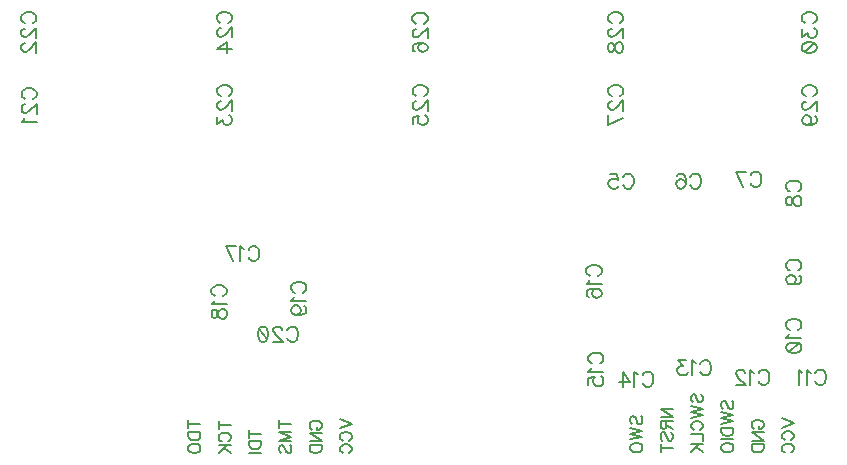
<source format=gbr>
G04 DipTrace 4.0.0.5*
G04 BottomSilk.gbr*
%MOIN*%
G04 #@! TF.FileFunction,Legend,Bot*
G04 #@! TF.Part,Single*
%ADD81C,0.00772*%
%ADD82C,0.006176*%
%FSLAX26Y26*%
G04*
G70*
G90*
G75*
G01*
G04 BotSilk*
%LPD*%
X994730Y654938D2*
D82*
X1034922D1*
X994730Y668335D2*
Y641541D1*
Y629189D2*
X1034922D1*
Y615792D1*
X1032976Y610044D1*
X1029174Y606197D1*
X1025327Y604296D1*
X1019623Y602395D1*
X1010028D1*
X1004280Y604296D1*
X1000478Y606197D1*
X996631Y610044D1*
X994730Y615792D1*
Y629189D1*
Y578547D2*
X996631Y582394D1*
X1000478Y586197D1*
X1004280Y588142D1*
X1010028Y590043D1*
X1019623D1*
X1025327Y588142D1*
X1029174Y586197D1*
X1032976Y582394D1*
X1034922Y578547D1*
Y570898D1*
X1032976Y567095D1*
X1029174Y563249D1*
X1025327Y561347D1*
X1019623Y559446D1*
X1010028D1*
X1004280Y561347D1*
X1000478Y563249D1*
X996631Y567095D1*
X994730Y570898D1*
Y578547D1*
X1095691Y653037D2*
X1135883D1*
X1095691Y666434D2*
Y639640D1*
X1105242Y598592D2*
X1101439Y600493D1*
X1097592Y604340D1*
X1095691Y608143D1*
Y615792D1*
X1097592Y619639D1*
X1101439Y623441D1*
X1105242Y625387D1*
X1110990Y627288D1*
X1120585D1*
X1126288Y625387D1*
X1130135Y623441D1*
X1133938Y619639D1*
X1135883Y615792D1*
Y608143D1*
X1133938Y604340D1*
X1130135Y600493D1*
X1126288Y598592D1*
X1095691Y586241D2*
X1135883D1*
X1095691Y559446D2*
X1122486Y586241D1*
X1112891Y576690D2*
X1135883Y559446D1*
X1196653Y624341D2*
X1236845D1*
X1196653Y637738D2*
Y610944D1*
Y598592D2*
X1236845D1*
Y585195D1*
X1234899Y579447D1*
X1231097Y575600D1*
X1227250Y573699D1*
X1221546Y571798D1*
X1211951D1*
X1206203Y573699D1*
X1202401Y575600D1*
X1198554Y579447D1*
X1196653Y585195D1*
Y598592D1*
Y559446D2*
X1236845D1*
X1297614Y654938D2*
X1337806D1*
X1297614Y668335D2*
Y641541D1*
X1337806Y598592D2*
X1297614D1*
X1337806Y613891D1*
X1297614Y629189D1*
X1337806D1*
X1303362Y559446D2*
X1299515Y563249D1*
X1297614Y568997D1*
Y576646D1*
X1299515Y582394D1*
X1303362Y586241D1*
X1307165D1*
X1311011Y584295D1*
X1312913Y582394D1*
X1314814Y578591D1*
X1318661Y567095D1*
X1320562Y563249D1*
X1322507Y561347D1*
X1326310Y559446D1*
X1332058D1*
X1335861Y563249D1*
X1337806Y568997D1*
Y576646D1*
X1335861Y582394D1*
X1332058Y586241D1*
X1408126Y637738D2*
X1404323Y639640D1*
X1400477Y643486D1*
X1398575Y647289D1*
Y654938D1*
X1400477Y658785D1*
X1404323Y662587D1*
X1408126Y664533D1*
X1413874Y666434D1*
X1423469D1*
X1429173Y664533D1*
X1433019Y662587D1*
X1436822Y658785D1*
X1438767Y654938D1*
Y647289D1*
X1436822Y643486D1*
X1433019Y639640D1*
X1429173Y637738D1*
X1423469D1*
Y647289D1*
X1398575Y598592D2*
X1438767D1*
X1398575Y625387D1*
X1438767D1*
X1398575Y586241D2*
X1438767D1*
Y572843D1*
X1436822Y567095D1*
X1433019Y563249D1*
X1429173Y561347D1*
X1423469Y559446D1*
X1413874D1*
X1408126Y561347D1*
X1404323Y563249D1*
X1400477Y567095D1*
X1398575Y572843D1*
Y586241D1*
X1499537Y672138D2*
X1539729Y656839D1*
X1499537Y641541D1*
X1509087Y600493D2*
X1505285Y602395D1*
X1501438Y606241D1*
X1499537Y610044D1*
Y617693D1*
X1501438Y621540D1*
X1505285Y625343D1*
X1509087Y627288D1*
X1514836Y629189D1*
X1524430D1*
X1530134Y627288D1*
X1533981Y625343D1*
X1537783Y621540D1*
X1539729Y617693D1*
Y610044D1*
X1537783Y606241D1*
X1533981Y602395D1*
X1530134Y600493D1*
X1509087Y559446D2*
X1505285Y561347D1*
X1501438Y565194D1*
X1499537Y568997D1*
Y576646D1*
X1501438Y580493D1*
X1505285Y584295D1*
X1509087Y586241D1*
X1514836Y588142D1*
X1524430D1*
X1530134Y586241D1*
X1533981Y584295D1*
X1537783Y580493D1*
X1539729Y576646D1*
Y568997D1*
X1537783Y565194D1*
X1533981Y561347D1*
X1530134Y559446D1*
X2473794Y655427D2*
X2469947Y659229D1*
X2468046Y664977D1*
Y672627D1*
X2469947Y678375D1*
X2473794Y682221D1*
X2477597D1*
X2481443Y680276D1*
X2483345Y678375D1*
X2485246Y674572D1*
X2489093Y663076D1*
X2490994Y659229D1*
X2492939Y657328D1*
X2496742Y655427D1*
X2502490D1*
X2506292Y659229D1*
X2508238Y664977D1*
Y672627D1*
X2506292Y678375D1*
X2502490Y682221D1*
X2468046Y643075D2*
X2508238Y633480D1*
X2468046Y623930D1*
X2508238Y614379D1*
X2468046Y604784D1*
Y580937D2*
X2469947Y584784D1*
X2473794Y588586D1*
X2477597Y590532D1*
X2483345Y592433D1*
X2492939D1*
X2498643Y590532D1*
X2502490Y588586D1*
X2506292Y584784D1*
X2508238Y580937D1*
Y573288D1*
X2506292Y569485D1*
X2502490Y565638D1*
X2498643Y563737D1*
X2492939Y561836D1*
X2483345D1*
X2477597Y563737D1*
X2473794Y565638D1*
X2469947Y569485D1*
X2468046Y573288D1*
Y580937D1*
X2569007Y679274D2*
X2609199D1*
X2569007Y706069D1*
X2609199D1*
X2588153Y666923D2*
Y649723D1*
X2586207Y643975D1*
X2584306Y642029D1*
X2580503Y640128D1*
X2576657D1*
X2572854Y642029D1*
X2570909Y643975D1*
X2569007Y649723D1*
Y666923D1*
X2609199D1*
X2588153Y653525D2*
X2609199Y640128D1*
X2574755Y600982D2*
X2570909Y604784D1*
X2569007Y610533D1*
Y618182D1*
X2570909Y623930D1*
X2574755Y627777D1*
X2578558D1*
X2582405Y625831D1*
X2584306Y623930D1*
X2586207Y620127D1*
X2590054Y608631D1*
X2591955Y604784D1*
X2593901Y602883D1*
X2597703Y600982D1*
X2603451D1*
X2607254Y604784D1*
X2609199Y610533D1*
Y618182D1*
X2607254Y623930D1*
X2603451Y627777D1*
X2569007Y575233D2*
X2609199D1*
X2569007Y588631D2*
Y561836D1*
X2675717Y727971D2*
X2671870Y731773D1*
X2669969Y737521D1*
Y745171D1*
X2671870Y750919D1*
X2675717Y754765D1*
X2679519D1*
X2683366Y752820D1*
X2685267Y750919D1*
X2687169Y747116D1*
X2691015Y735620D1*
X2692917Y731773D1*
X2694862Y729872D1*
X2698665Y727971D1*
X2704413D1*
X2708215Y731773D1*
X2710161Y737521D1*
Y745171D1*
X2708215Y750919D1*
X2704413Y754765D1*
X2669969Y715619D2*
X2710161Y706025D1*
X2669969Y696474D1*
X2710161Y686923D1*
X2669969Y677329D1*
X2679519Y636281D2*
X2675717Y638183D1*
X2671870Y642029D1*
X2669969Y645832D1*
Y653481D1*
X2671870Y657328D1*
X2675717Y661130D1*
X2679519Y663076D1*
X2685267Y664977D1*
X2694862D1*
X2700566Y663076D1*
X2704413Y661130D1*
X2708215Y657328D1*
X2710161Y653481D1*
Y645832D1*
X2708215Y642029D1*
X2704413Y638183D1*
X2700566Y636281D1*
X2669969Y623930D2*
X2710161D1*
Y600982D1*
X2669969Y588631D2*
X2710161D1*
X2669969Y561836D2*
X2696764Y588631D1*
X2687169Y579080D2*
X2710161Y561836D1*
X2776678Y706924D2*
X2772832Y710727D1*
X2770930Y716475D1*
Y724124D1*
X2772832Y729872D1*
X2776678Y733719D1*
X2780481D1*
X2784328Y731773D1*
X2786229Y729872D1*
X2788130Y726069D1*
X2791977Y714573D1*
X2793878Y710727D1*
X2795824Y708825D1*
X2799626Y706924D1*
X2805374D1*
X2809177Y710727D1*
X2811122Y716475D1*
Y724124D1*
X2809177Y729872D1*
X2805374Y733719D1*
X2770930Y694573D2*
X2811122Y684978D1*
X2770930Y675427D1*
X2811122Y665877D1*
X2770930Y656282D1*
Y643931D2*
X2811122D1*
Y630533D1*
X2809177Y624785D1*
X2805374Y620938D1*
X2801528Y619037D1*
X2795824Y617136D1*
X2786229D1*
X2780481Y619037D1*
X2776678Y620938D1*
X2772832Y624785D1*
X2770930Y630533D1*
Y643931D1*
Y604784D2*
X2811122D1*
X2770930Y580937D2*
X2772832Y584784D1*
X2776678Y588586D1*
X2780481Y590532D1*
X2786229Y592433D1*
X2795824D1*
X2801528Y590532D1*
X2805374Y588586D1*
X2809177Y584784D1*
X2811122Y580937D1*
Y573288D1*
X2809177Y569485D1*
X2805374Y565638D1*
X2801528Y563737D1*
X2795824Y561836D1*
X2786229D1*
X2780481Y563737D1*
X2776678Y565638D1*
X2772832Y569485D1*
X2770930Y573288D1*
Y580937D1*
X2881442Y640128D2*
X2877640Y642029D1*
X2873793Y645876D1*
X2871892Y649679D1*
Y657328D1*
X2873793Y661175D1*
X2877640Y664977D1*
X2881442Y666923D1*
X2887190Y668824D1*
X2896785D1*
X2902489Y666923D1*
X2906336Y664977D1*
X2910138Y661175D1*
X2912084Y657328D1*
Y649679D1*
X2910138Y645876D1*
X2906336Y642029D1*
X2902489Y640128D1*
X2896785D1*
Y649679D1*
X2871892Y600982D2*
X2912084D1*
X2871892Y627777D1*
X2912084D1*
X2871892Y588631D2*
X2912084D1*
Y575233D1*
X2910138Y569485D1*
X2906336Y565638D1*
X2902489Y563737D1*
X2896785Y561836D1*
X2887190D1*
X2881442Y563737D1*
X2877640Y565638D1*
X2873793Y569485D1*
X2871892Y575233D1*
Y588631D1*
X2972853Y674528D2*
X3013045Y659229D1*
X2972853Y643931D1*
X2982404Y602883D2*
X2978601Y604784D1*
X2974754Y608631D1*
X2972853Y612434D1*
Y620083D1*
X2974754Y623930D1*
X2978601Y627732D1*
X2982404Y629678D1*
X2988152Y631579D1*
X2997747D1*
X3003450Y629678D1*
X3007297Y627732D1*
X3011100Y623930D1*
X3013045Y620083D1*
Y612434D1*
X3011100Y608631D1*
X3007297Y604784D1*
X3003450Y602883D1*
X2982404Y561836D2*
X2978601Y563737D1*
X2974754Y567584D1*
X2972853Y571386D1*
Y579036D1*
X2974754Y582883D1*
X2978601Y586685D1*
X2982404Y588631D1*
X2988152Y590532D1*
X2997747D1*
X3003450Y588631D1*
X3007297Y586685D1*
X3011100Y582883D1*
X3013045Y579036D1*
Y571386D1*
X3011100Y567584D1*
X3007297Y563737D1*
X3003450Y561836D1*
X2443983Y1479003D2*
D81*
X2446359Y1483756D1*
X2451168Y1488564D1*
X2455921Y1490941D1*
X2465483D1*
X2470291Y1488564D1*
X2475044Y1483756D1*
X2477476Y1479003D1*
X2479853Y1471818D1*
Y1459824D1*
X2477476Y1452694D1*
X2475044Y1447886D1*
X2470291Y1443133D1*
X2465483Y1440701D1*
X2455921D1*
X2451168Y1443133D1*
X2446359Y1447886D1*
X2443983Y1452694D1*
X2399859Y1490886D2*
X2423735D1*
X2426112Y1469386D1*
X2423735Y1471762D1*
X2416550Y1474194D1*
X2409420D1*
X2402235Y1471762D1*
X2397427Y1467009D1*
X2395050Y1459824D1*
Y1455071D1*
X2397427Y1447886D1*
X2402235Y1443078D1*
X2409420Y1440701D1*
X2416550D1*
X2423735Y1443078D1*
X2426112Y1445509D1*
X2428544Y1450263D1*
X2667766Y1479003D2*
X2670142Y1483756D1*
X2674951Y1488564D1*
X2679704Y1490941D1*
X2689265D1*
X2694074Y1488564D1*
X2698827Y1483756D1*
X2701259Y1479003D1*
X2703635Y1471818D1*
Y1459824D1*
X2701259Y1452694D1*
X2698827Y1447886D1*
X2694074Y1443133D1*
X2689265Y1440701D1*
X2679704D1*
X2674951Y1443133D1*
X2670142Y1447886D1*
X2667766Y1452694D1*
X2623641Y1483756D2*
X2626018Y1488509D1*
X2633203Y1490886D1*
X2637956D1*
X2645141Y1488509D1*
X2649950Y1481324D1*
X2652326Y1469386D1*
Y1457448D1*
X2649950Y1447886D1*
X2645141Y1443078D1*
X2637956Y1440701D1*
X2635580D1*
X2628450Y1443078D1*
X2623641Y1447886D1*
X2621265Y1455071D1*
Y1457448D1*
X2623641Y1464633D1*
X2628450Y1469386D1*
X2635580Y1471762D1*
X2637956D1*
X2645141Y1469386D1*
X2649950Y1464633D1*
X2652326Y1457448D1*
X2868983Y1485253D2*
X2871359Y1490007D1*
X2876168Y1494815D1*
X2880921Y1497192D1*
X2890483D1*
X2895291Y1494815D1*
X2900044Y1490007D1*
X2902476Y1485253D1*
X2904853Y1478068D1*
Y1466075D1*
X2902476Y1458945D1*
X2900044Y1454137D1*
X2895291Y1449383D1*
X2890483Y1446952D1*
X2880921D1*
X2876168Y1449383D1*
X2871359Y1454137D1*
X2868983Y1458945D1*
X2843982Y1446952D2*
X2820050Y1497136D1*
X2853544D1*
X2999887Y1431752D2*
X2995134Y1434128D1*
X2990325Y1438937D1*
X2987949Y1443690D1*
Y1453252D1*
X2990325Y1458060D1*
X2995134Y1462813D1*
X2999887Y1465245D1*
X3007072Y1467622D1*
X3019066D1*
X3026195Y1465245D1*
X3031004Y1462813D1*
X3035757Y1458060D1*
X3038189Y1453252D1*
Y1443690D1*
X3035757Y1438937D1*
X3031004Y1434128D1*
X3026195Y1431752D1*
X2988004Y1404374D2*
X2990381Y1411504D1*
X2995134Y1413936D1*
X2999942D1*
X3004696Y1411504D1*
X3007127Y1406751D1*
X3009504Y1397189D1*
X3011881Y1390004D1*
X3016689Y1385251D1*
X3021442Y1382874D1*
X3028627D1*
X3033380Y1385251D1*
X3035812Y1387628D1*
X3038189Y1394813D1*
Y1404374D1*
X3035812Y1411504D1*
X3033380Y1413936D1*
X3028627Y1416312D1*
X3021442D1*
X3016689Y1413936D1*
X3011881Y1409127D1*
X3009504Y1401998D1*
X3007127Y1392436D1*
X3004696Y1387628D1*
X2999942Y1385251D1*
X2995134D1*
X2990381Y1387628D1*
X2988004Y1394813D1*
Y1404374D1*
X2999887Y1168091D2*
X2995134Y1170468D1*
X2990325Y1175276D1*
X2987949Y1180029D1*
Y1189591D1*
X2990325Y1194399D1*
X2995134Y1199153D1*
X2999887Y1201584D1*
X3007072Y1203961D1*
X3019066D1*
X3026195Y1201584D1*
X3031004Y1199153D1*
X3035757Y1194399D1*
X3038189Y1189591D1*
Y1180029D1*
X3035757Y1175276D1*
X3031004Y1170468D1*
X3026195Y1168091D1*
X3004696Y1121535D2*
X3011881Y1123967D1*
X3016689Y1128720D1*
X3019066Y1135905D1*
Y1138282D1*
X3016689Y1145467D1*
X3011881Y1150220D1*
X3004696Y1152652D1*
X3002319D1*
X2995134Y1150220D1*
X2990381Y1145467D1*
X2988004Y1138282D1*
Y1135905D1*
X2990381Y1128720D1*
X2995134Y1123967D1*
X3004696Y1121535D1*
X3016689D1*
X3028627Y1123967D1*
X3035812Y1128720D1*
X3038189Y1135905D1*
Y1140658D1*
X3035812Y1147843D1*
X3031004Y1150220D1*
X2999887Y970497D2*
X2995134Y972874D1*
X2990325Y977682D1*
X2987949Y982435D1*
Y991997D1*
X2990325Y996805D1*
X2995134Y1001559D1*
X2999887Y1003990D1*
X3007072Y1006367D1*
X3019066D1*
X3026195Y1003990D1*
X3031004Y1001559D1*
X3035757Y996805D1*
X3038189Y991997D1*
Y982435D1*
X3035757Y977682D1*
X3031004Y972874D1*
X3026195Y970497D1*
X2997566Y955058D2*
X2995134Y950249D1*
X2988004Y943064D1*
X3038189D1*
X2988004Y913255D2*
X2990381Y920440D1*
X2997566Y925248D1*
X3009504Y927625D1*
X3016689D1*
X3028627Y925248D1*
X3035812Y920440D1*
X3038189Y913255D1*
Y908502D1*
X3035812Y901317D1*
X3028627Y896564D1*
X3016689Y894132D1*
X3009504D1*
X2997566Y896564D1*
X2990381Y901317D1*
X2988004Y908502D1*
Y913255D1*
X2997566Y896564D2*
X3028627Y925248D1*
X3084449Y825312D2*
X3086826Y830066D1*
X3091634Y834874D1*
X3096387Y837251D1*
X3105949D1*
X3110758Y834874D1*
X3115511Y830066D1*
X3117943Y825312D1*
X3120319Y818127D1*
Y806134D1*
X3117943Y799004D1*
X3115511Y794196D1*
X3110758Y789442D1*
X3105949Y787011D1*
X3096387D1*
X3091634Y789442D1*
X3086826Y794196D1*
X3084449Y799004D1*
X3069010Y827634D2*
X3064202Y830066D1*
X3057016Y837195D1*
Y787011D1*
X3041577Y827634D2*
X3036769Y830066D1*
X3029584Y837195D1*
Y787011D1*
X2895199Y825312D2*
X2897576Y830066D1*
X2902384Y834874D1*
X2907137Y837251D1*
X2916699D1*
X2921507Y834874D1*
X2926261Y830066D1*
X2928692Y825312D1*
X2931069Y818127D1*
Y806134D1*
X2928692Y799004D1*
X2926261Y794196D1*
X2921507Y789442D1*
X2916699Y787011D1*
X2907137D1*
X2902384Y789442D1*
X2897576Y794196D1*
X2895199Y799004D1*
X2879760Y827634D2*
X2874951Y830066D1*
X2867766Y837195D1*
Y787011D1*
X2849895Y825257D2*
Y827634D1*
X2847519Y832442D1*
X2845142Y834819D1*
X2840334Y837195D1*
X2830772D1*
X2826019Y834819D1*
X2823642Y832442D1*
X2821210Y827634D1*
Y822881D1*
X2823642Y818072D1*
X2828395Y810942D1*
X2852327Y787011D1*
X2818834D1*
X2701448Y856563D2*
X2703825Y861316D1*
X2708634Y866125D1*
X2713387Y868501D1*
X2722948D1*
X2727757Y866125D1*
X2732510Y861316D1*
X2734942Y856563D1*
X2737318Y849378D1*
Y837385D1*
X2734942Y830255D1*
X2732510Y825446D1*
X2727757Y820693D1*
X2722948Y818261D1*
X2713387D1*
X2708634Y820693D1*
X2703825Y825446D1*
X2701448Y830255D1*
X2686009Y858884D2*
X2681201Y861316D1*
X2674016Y868446D1*
Y818261D1*
X2653768Y868446D2*
X2627515D1*
X2641830Y849323D1*
X2634645D1*
X2629892Y846946D1*
X2627515Y844570D1*
X2625083Y837385D1*
Y832631D1*
X2627515Y825446D1*
X2632268Y820638D1*
X2639453Y818261D1*
X2646638D1*
X2653768Y820638D1*
X2656145Y823070D1*
X2658577Y827823D1*
X2508886Y819063D2*
X2511263Y823816D1*
X2516071Y828625D1*
X2520824Y831001D1*
X2530386D1*
X2535194Y828625D1*
X2539948Y823816D1*
X2542379Y819063D1*
X2544756Y811878D1*
Y799885D1*
X2542379Y792755D1*
X2539948Y787946D1*
X2535194Y783193D1*
X2530386Y780761D1*
X2520824D1*
X2516071Y783193D1*
X2511263Y787946D1*
X2508886Y792755D1*
X2493447Y821384D2*
X2488638Y823816D1*
X2481453Y830946D1*
Y780761D1*
X2442082D2*
Y830946D1*
X2466014Y797508D1*
X2430144D1*
X2339945Y857996D2*
X2335192Y860372D1*
X2330383Y865181D1*
X2328007Y869934D1*
Y879496D1*
X2330383Y884304D1*
X2335192Y889057D1*
X2339945Y891489D1*
X2347130Y893866D1*
X2359123D1*
X2366253Y891489D1*
X2371062Y889057D1*
X2375815Y884304D1*
X2378247Y879496D1*
Y869934D1*
X2375815Y865181D1*
X2371062Y860372D1*
X2366253Y857996D1*
X2337623Y842556D2*
X2335192Y837748D1*
X2328062Y830563D1*
X2378247D1*
X2328062Y786439D2*
Y810315D1*
X2349562Y812692D1*
X2347185Y810315D1*
X2344753Y803130D1*
Y796000D1*
X2347185Y788815D1*
X2351938Y784007D1*
X2359123Y781630D1*
X2363877D1*
X2371062Y784007D1*
X2375870Y788815D1*
X2378247Y796000D1*
Y803130D1*
X2375870Y810315D1*
X2373438Y812692D1*
X2368685Y815124D1*
X2333694Y1150530D2*
X2328941Y1152907D1*
X2324133Y1157715D1*
X2321756Y1162469D1*
Y1172030D1*
X2324133Y1176839D1*
X2328941Y1181592D1*
X2333694Y1184024D1*
X2340879Y1186400D1*
X2352873D1*
X2360002Y1184024D1*
X2364811Y1181592D1*
X2369564Y1176839D1*
X2371996Y1172030D1*
Y1162469D1*
X2369564Y1157715D1*
X2364811Y1152907D1*
X2360002Y1150530D1*
X2331373Y1135091D2*
X2328941Y1130283D1*
X2321811Y1123098D1*
X2371996D1*
X2328941Y1078974D2*
X2324188Y1081350D1*
X2321811Y1088535D1*
Y1093288D1*
X2324188Y1100473D1*
X2331373Y1105282D1*
X2343311Y1107658D1*
X2355249D1*
X2364811Y1105282D1*
X2369619Y1100473D1*
X2371996Y1093288D1*
Y1090912D1*
X2369619Y1083782D1*
X2364811Y1078974D1*
X2357626Y1076597D1*
X2355249D1*
X2348064Y1078974D1*
X2343311Y1083782D1*
X2340934Y1090912D1*
Y1093288D1*
X2343311Y1100473D1*
X2348064Y1105282D1*
X2355249Y1107658D1*
X1195199Y1237516D2*
X1197576Y1242269D1*
X1202384Y1247077D1*
X1207137Y1249454D1*
X1216699D1*
X1221507Y1247077D1*
X1226261Y1242269D1*
X1228692Y1237516D1*
X1231069Y1230331D1*
Y1218337D1*
X1228692Y1211208D1*
X1226261Y1206399D1*
X1221507Y1201646D1*
X1216699Y1199214D1*
X1207137D1*
X1202384Y1201646D1*
X1197576Y1206399D1*
X1195199Y1211208D1*
X1179760Y1239837D2*
X1174951Y1242269D1*
X1167766Y1249399D1*
Y1199214D1*
X1142766D2*
X1118834Y1249399D1*
X1152327D1*
X1083695Y1082672D2*
X1078942Y1085048D1*
X1074134Y1089857D1*
X1071757Y1094610D1*
Y1104171D1*
X1074134Y1108980D1*
X1078942Y1113733D1*
X1083695Y1116165D1*
X1090880Y1118541D1*
X1102874D1*
X1110004Y1116165D1*
X1114812Y1113733D1*
X1119565Y1108980D1*
X1121997Y1104171D1*
Y1094610D1*
X1119565Y1089857D1*
X1114812Y1085048D1*
X1110004Y1082672D1*
X1081374Y1067232D2*
X1078942Y1062424D1*
X1071813Y1055239D1*
X1121997D1*
X1071813Y1027861D2*
X1074189Y1034991D1*
X1078942Y1037423D1*
X1083751D1*
X1088504Y1034991D1*
X1090936Y1030238D1*
X1093312Y1020676D1*
X1095689Y1013491D1*
X1100497Y1008738D1*
X1105251Y1006361D1*
X1112436D1*
X1117189Y1008738D1*
X1119621Y1011115D1*
X1121997Y1018300D1*
Y1027861D1*
X1119621Y1034991D1*
X1117189Y1037423D1*
X1112436Y1039800D1*
X1105251D1*
X1100497Y1037423D1*
X1095689Y1032614D1*
X1093312Y1025485D1*
X1090936Y1015923D1*
X1088504Y1011115D1*
X1083751Y1008738D1*
X1078942D1*
X1074189Y1011115D1*
X1071813Y1018300D1*
Y1027861D1*
X1349886Y1094010D2*
X1345133Y1096386D1*
X1340324Y1101195D1*
X1337948Y1105948D1*
Y1115509D1*
X1340324Y1120318D1*
X1345133Y1125071D1*
X1349886Y1127503D1*
X1357071Y1129879D1*
X1369064D1*
X1376194Y1127503D1*
X1381002Y1125071D1*
X1385756Y1120318D1*
X1388188Y1115509D1*
Y1105948D1*
X1385756Y1101195D1*
X1381002Y1096386D1*
X1376194Y1094010D1*
X1347564Y1078570D2*
X1345133Y1073762D1*
X1338003Y1066577D1*
X1388188D1*
X1354694Y1020021D2*
X1361879Y1022453D1*
X1366688Y1027206D1*
X1369064Y1034391D1*
Y1036767D1*
X1366688Y1043953D1*
X1361879Y1048706D1*
X1354694Y1051138D1*
X1352318D1*
X1345133Y1048706D1*
X1340379Y1043953D1*
X1338003Y1036767D1*
Y1034391D1*
X1340379Y1027206D1*
X1345133Y1022453D1*
X1354694Y1020021D1*
X1366688D1*
X1378626Y1022453D1*
X1385811Y1027206D1*
X1388188Y1034391D1*
Y1039144D1*
X1385811Y1046329D1*
X1381002Y1048706D1*
X1324698Y968765D2*
X1327075Y973518D1*
X1331883Y978327D1*
X1336637Y980703D1*
X1346198D1*
X1351007Y978327D1*
X1355760Y973518D1*
X1358192Y968765D1*
X1360568Y961580D1*
Y949587D1*
X1358192Y942457D1*
X1355760Y937648D1*
X1351007Y932895D1*
X1346198Y930463D1*
X1336637D1*
X1331883Y932895D1*
X1327075Y937648D1*
X1324698Y942457D1*
X1306827Y968710D2*
Y971086D1*
X1304451Y975895D1*
X1302074Y978272D1*
X1297266Y980648D1*
X1287704D1*
X1282951Y978272D1*
X1280574Y975895D1*
X1278142Y971086D1*
Y966333D1*
X1280574Y961525D1*
X1285327Y954395D1*
X1309259Y930463D1*
X1275766D1*
X1245956Y980648D2*
X1253142Y978272D1*
X1257950Y971086D1*
X1260327Y959148D1*
Y951963D1*
X1257950Y940025D1*
X1253142Y932840D1*
X1245956Y930463D1*
X1241203D1*
X1234018Y932840D1*
X1229265Y940025D1*
X1226833Y951963D1*
Y959148D1*
X1229265Y971086D1*
X1234018Y978272D1*
X1241203Y980648D1*
X1245956D1*
X1229265Y971086D2*
X1257950Y940025D1*
X450610Y1739246D2*
X445856Y1741623D1*
X441048Y1746431D1*
X438671Y1751185D1*
Y1760746D1*
X441048Y1765555D1*
X445856Y1770308D1*
X450610Y1772740D1*
X457795Y1775116D1*
X469788D1*
X476918Y1772740D1*
X481726Y1770308D1*
X486479Y1765555D1*
X488911Y1760746D1*
Y1751185D1*
X486479Y1746431D1*
X481726Y1741623D1*
X476918Y1739246D1*
X450665Y1721375D2*
X448288D1*
X443480Y1718999D1*
X441103Y1716622D1*
X438727Y1711814D1*
Y1702252D1*
X441103Y1697499D1*
X443480Y1695122D1*
X448288Y1692690D1*
X453041D1*
X457850Y1695122D1*
X464980Y1699875D1*
X488911Y1723807D1*
Y1690314D1*
X448288Y1674875D2*
X445856Y1670066D1*
X438727Y1662881D1*
X488911D1*
X449886Y1992221D2*
X445133Y1994597D1*
X440324Y1999406D1*
X437948Y2004159D1*
Y2013721D1*
X440324Y2018529D1*
X445133Y2023282D1*
X449886Y2025714D1*
X457071Y2028091D1*
X469064D1*
X476194Y2025714D1*
X481002Y2023282D1*
X485756Y2018529D1*
X488188Y2013721D1*
Y2004159D1*
X485756Y1999406D1*
X481002Y1994597D1*
X476194Y1992221D1*
X449941Y1974350D2*
X447564D1*
X442756Y1971973D1*
X440379Y1969596D1*
X438003Y1964788D1*
Y1955226D1*
X440379Y1950473D1*
X442756Y1948097D1*
X447564Y1945665D1*
X452318D1*
X457126Y1948097D1*
X464256Y1952850D1*
X488188Y1976781D1*
Y1943288D1*
X449941Y1925417D2*
X447564D1*
X442756Y1923040D1*
X440379Y1920664D1*
X438003Y1915855D1*
Y1906294D1*
X440379Y1901541D1*
X442756Y1899164D1*
X447564Y1896732D1*
X452318D1*
X457126Y1899164D1*
X464256Y1903917D1*
X488188Y1927849D1*
Y1894356D1*
X1102540Y1749996D2*
X1097787Y1752373D1*
X1092978Y1757181D1*
X1090602Y1761935D1*
Y1771496D1*
X1092978Y1776305D1*
X1097787Y1781058D1*
X1102540Y1783490D1*
X1109725Y1785866D1*
X1121718D1*
X1128848Y1783490D1*
X1133657Y1781058D1*
X1138410Y1776305D1*
X1140842Y1771496D1*
Y1761935D1*
X1138410Y1757181D1*
X1133657Y1752373D1*
X1128848Y1749996D1*
X1102595Y1732125D2*
X1100219D1*
X1095410Y1729749D1*
X1093034Y1727372D1*
X1090657Y1722564D1*
Y1713002D1*
X1093034Y1708249D1*
X1095410Y1705872D1*
X1100219Y1703440D1*
X1104972D1*
X1109780Y1705872D1*
X1116910Y1710625D1*
X1140842Y1734557D1*
Y1701064D1*
X1090657Y1680816D2*
Y1654563D1*
X1109780Y1668878D1*
Y1661693D1*
X1112157Y1656940D1*
X1114533Y1654563D1*
X1121718Y1652131D1*
X1126472D1*
X1133657Y1654563D1*
X1138465Y1659316D1*
X1140842Y1666501D1*
Y1673686D1*
X1138465Y1680816D1*
X1136033Y1683193D1*
X1131280Y1685624D1*
X1101807Y1993409D2*
X1097054Y1995786D1*
X1092245Y2000594D1*
X1089869Y2005347D1*
Y2014909D1*
X1092245Y2019717D1*
X1097054Y2024470D1*
X1101807Y2026902D1*
X1108992Y2029279D1*
X1120986D1*
X1128115Y2026902D1*
X1132924Y2024470D1*
X1137677Y2019717D1*
X1140109Y2014909D1*
Y2005347D1*
X1137677Y2000594D1*
X1132924Y1995786D1*
X1128115Y1993409D1*
X1101862Y1975538D2*
X1099486D1*
X1094677Y1973161D1*
X1092301Y1970785D1*
X1089924Y1965976D1*
Y1956415D1*
X1092301Y1951661D1*
X1094677Y1949285D1*
X1099486Y1946853D1*
X1104239D1*
X1109047Y1949285D1*
X1116177Y1954038D1*
X1140109Y1977970D1*
Y1944476D1*
Y1905105D2*
X1089924D1*
X1123362Y1929037D1*
Y1893167D1*
X1754459Y1749996D2*
X1749705Y1752373D1*
X1744897Y1757181D1*
X1742520Y1761935D1*
Y1771496D1*
X1744897Y1776305D1*
X1749705Y1781058D1*
X1754459Y1783490D1*
X1761644Y1785866D1*
X1773637D1*
X1780767Y1783490D1*
X1785575Y1781058D1*
X1790329Y1776305D1*
X1792760Y1771496D1*
Y1761935D1*
X1790329Y1757181D1*
X1785575Y1752373D1*
X1780767Y1749996D1*
X1754514Y1732125D2*
X1752137D1*
X1747329Y1729749D1*
X1744952Y1727372D1*
X1742576Y1722564D1*
Y1713002D1*
X1744952Y1708249D1*
X1747329Y1705872D1*
X1752137Y1703440D1*
X1756890D1*
X1761699Y1705872D1*
X1768829Y1710625D1*
X1792760Y1734557D1*
Y1701064D1*
X1742576Y1656940D2*
Y1680816D1*
X1764075Y1683193D1*
X1761699Y1680816D1*
X1759267Y1673631D1*
Y1666501D1*
X1761699Y1659316D1*
X1766452Y1654508D1*
X1773637Y1652131D1*
X1778390D1*
X1785575Y1654508D1*
X1790384Y1659316D1*
X1792760Y1666501D1*
Y1673631D1*
X1790384Y1680816D1*
X1787952Y1683193D1*
X1783199Y1685624D1*
X1753726Y1991005D2*
X1748972Y1993381D1*
X1744164Y1998190D1*
X1741787Y2002943D1*
Y2012505D1*
X1744164Y2017313D1*
X1748972Y2022066D1*
X1753726Y2024498D1*
X1760911Y2026875D1*
X1772904D1*
X1780034Y2024498D1*
X1784842Y2022066D1*
X1789596Y2017313D1*
X1792027Y2012505D1*
Y2002943D1*
X1789596Y1998190D1*
X1784842Y1993381D1*
X1780034Y1991005D1*
X1753781Y1973134D2*
X1751404D1*
X1746596Y1970757D1*
X1744219Y1968381D1*
X1741843Y1963572D1*
Y1954010D1*
X1744219Y1949257D1*
X1746596Y1946881D1*
X1751404Y1944449D1*
X1756158D1*
X1760966Y1946881D1*
X1768096Y1951634D1*
X1792027Y1975566D1*
Y1942072D1*
X1748972Y1897948D2*
X1744219Y1900325D1*
X1741843Y1907510D1*
Y1912263D1*
X1744219Y1919448D1*
X1751404Y1924256D1*
X1763343Y1926633D1*
X1775281D1*
X1784842Y1924256D1*
X1789651Y1919448D1*
X1792027Y1912263D1*
Y1909886D1*
X1789651Y1902757D1*
X1784842Y1897948D1*
X1777657Y1895571D1*
X1775281D1*
X1768096Y1897948D1*
X1763343Y1902757D1*
X1760966Y1909886D1*
Y1912263D1*
X1763343Y1919448D1*
X1768096Y1924256D1*
X1775281Y1926633D1*
X2406377Y1749996D2*
X2401624Y1752373D1*
X2396816Y1757181D1*
X2394439Y1761935D1*
Y1771496D1*
X2396816Y1776305D1*
X2401624Y1781058D1*
X2406377Y1783490D1*
X2413562Y1785866D1*
X2425556D1*
X2432686Y1783490D1*
X2437494Y1781058D1*
X2442247Y1776305D1*
X2444679Y1771496D1*
Y1761935D1*
X2442247Y1757181D1*
X2437494Y1752373D1*
X2432686Y1749996D1*
X2406432Y1732125D2*
X2404056D1*
X2399247Y1729749D1*
X2396871Y1727372D1*
X2394494Y1722564D1*
Y1713002D1*
X2396871Y1708249D1*
X2399247Y1705872D1*
X2404056Y1703440D1*
X2408809D1*
X2413618Y1705872D1*
X2420747Y1710625D1*
X2444679Y1734557D1*
Y1701064D1*
Y1676063D2*
X2394494Y1652131D1*
Y1685624D1*
X2405644Y1992193D2*
X2400891Y1994570D1*
X2396083Y1999378D1*
X2393706Y2004131D1*
Y2013693D1*
X2396083Y2018501D1*
X2400891Y2023255D1*
X2405644Y2025686D1*
X2412829Y2028063D1*
X2424823D1*
X2431953Y2025686D1*
X2436761Y2023255D1*
X2441514Y2018501D1*
X2443946Y2013693D1*
Y2004131D1*
X2441514Y1999378D1*
X2436761Y1994570D1*
X2431953Y1992193D1*
X2405700Y1974322D2*
X2403323D1*
X2398515Y1971945D1*
X2396138Y1969569D1*
X2393761Y1964760D1*
Y1955199D1*
X2396138Y1950446D1*
X2398515Y1948069D1*
X2403323Y1945637D1*
X2408076D1*
X2412885Y1948069D1*
X2420014Y1952822D1*
X2443946Y1976754D1*
Y1943260D1*
X2393761Y1915883D2*
X2396138Y1923013D1*
X2400891Y1925445D1*
X2405700D1*
X2410453Y1923013D1*
X2412885Y1918260D1*
X2415261Y1908698D1*
X2417638Y1901513D1*
X2422446Y1896760D1*
X2427199Y1894383D1*
X2434384D1*
X2439138Y1896760D1*
X2441569Y1899136D1*
X2443946Y1906321D1*
Y1915883D1*
X2441569Y1923013D1*
X2439138Y1925445D1*
X2434384Y1927821D1*
X2427199D1*
X2422446Y1925445D1*
X2417638Y1920636D1*
X2415261Y1913506D1*
X2412885Y1903945D1*
X2410453Y1899136D1*
X2405700Y1896760D1*
X2400891D1*
X2396138Y1899136D1*
X2393761Y1906321D1*
Y1915883D1*
X3052048Y1748808D2*
X3047295Y1751185D1*
X3042486Y1755993D1*
X3040110Y1760746D1*
Y1770308D1*
X3042486Y1775116D1*
X3047295Y1779869D1*
X3052048Y1782301D1*
X3059233Y1784678D1*
X3071226D1*
X3078356Y1782301D1*
X3083165Y1779869D1*
X3087918Y1775116D1*
X3090350Y1770308D1*
Y1760746D1*
X3087918Y1755993D1*
X3083165Y1751185D1*
X3078356Y1748808D1*
X3052103Y1730937D2*
X3049727D1*
X3044918Y1728560D1*
X3042541Y1726184D1*
X3040165Y1721375D1*
Y1711814D1*
X3042541Y1707060D1*
X3044918Y1704684D1*
X3049727Y1702252D1*
X3054480D1*
X3059288Y1704684D1*
X3066418Y1709437D1*
X3090350Y1733369D1*
Y1699875D1*
X3056856Y1653319D2*
X3064041Y1655751D1*
X3068850Y1660504D1*
X3071226Y1667690D1*
Y1670066D1*
X3068850Y1677251D1*
X3064041Y1682004D1*
X3056856Y1684436D1*
X3054480D1*
X3047295Y1682004D1*
X3042541Y1677251D1*
X3040165Y1670066D1*
Y1667690D1*
X3042541Y1660504D1*
X3047295Y1655751D1*
X3056856Y1653319D1*
X3068850D1*
X3080788Y1655751D1*
X3087973Y1660504D1*
X3090350Y1667690D1*
Y1672443D1*
X3087973Y1679628D1*
X3083165Y1682004D1*
X3051315Y1992221D2*
X3046562Y1994597D1*
X3041753Y1999406D1*
X3039377Y2004159D1*
Y2013721D1*
X3041753Y2018529D1*
X3046562Y2023282D1*
X3051315Y2025714D1*
X3058500Y2028091D1*
X3070493D1*
X3077623Y2025714D1*
X3082432Y2023282D1*
X3087185Y2018529D1*
X3089617Y2013721D1*
Y2004159D1*
X3087185Y1999406D1*
X3082432Y1994597D1*
X3077623Y1992221D1*
X3039432Y1971973D2*
Y1945720D1*
X3058555Y1960035D1*
Y1952850D1*
X3060932Y1948097D1*
X3063308Y1945720D1*
X3070493Y1943288D1*
X3075247D1*
X3082432Y1945720D1*
X3087240Y1950473D1*
X3089617Y1957658D1*
Y1964843D1*
X3087240Y1971973D1*
X3084808Y1974350D1*
X3080055Y1976781D1*
X3039432Y1913479D2*
X3041809Y1920664D1*
X3048994Y1925472D1*
X3060932Y1927849D1*
X3068117D1*
X3080055Y1925472D1*
X3087240Y1920664D1*
X3089617Y1913479D1*
Y1908726D1*
X3087240Y1901541D1*
X3080055Y1896787D1*
X3068117Y1894356D1*
X3060932D1*
X3048994Y1896787D1*
X3041809Y1901541D1*
X3039432Y1908726D1*
Y1913479D1*
X3048994Y1896787D2*
X3080055Y1925472D1*
M02*

</source>
